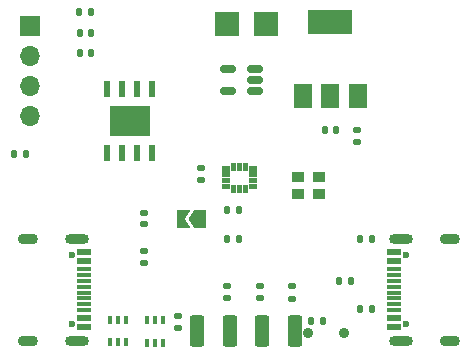
<source format=gbr>
%TF.GenerationSoftware,KiCad,Pcbnew,(6.0.7)*%
%TF.CreationDate,2025-06-10T03:22:10+09:00*%
%TF.ProjectId,AvatarSense,41766174-6172-4536-956e-73652e6b6963,rev?*%
%TF.SameCoordinates,Original*%
%TF.FileFunction,Soldermask,Top*%
%TF.FilePolarity,Negative*%
%FSLAX46Y46*%
G04 Gerber Fmt 4.6, Leading zero omitted, Abs format (unit mm)*
G04 Created by KiCad (PCBNEW (6.0.7)) date 2025-06-10 03:22:10*
%MOMM*%
%LPD*%
G01*
G04 APERTURE LIST*
G04 Aperture macros list*
%AMRoundRect*
0 Rectangle with rounded corners*
0 $1 Rounding radius*
0 $2 $3 $4 $5 $6 $7 $8 $9 X,Y pos of 4 corners*
0 Add a 4 corners polygon primitive as box body*
4,1,4,$2,$3,$4,$5,$6,$7,$8,$9,$2,$3,0*
0 Add four circle primitives for the rounded corners*
1,1,$1+$1,$2,$3*
1,1,$1+$1,$4,$5*
1,1,$1+$1,$6,$7*
1,1,$1+$1,$8,$9*
0 Add four rect primitives between the rounded corners*
20,1,$1+$1,$2,$3,$4,$5,0*
20,1,$1+$1,$4,$5,$6,$7,0*
20,1,$1+$1,$6,$7,$8,$9,0*
20,1,$1+$1,$8,$9,$2,$3,0*%
%AMFreePoly0*
4,1,6,1.000000,0.000000,0.500000,-0.750000,-0.500000,-0.750000,-0.500000,0.750000,0.500000,0.750000,1.000000,0.000000,1.000000,0.000000,$1*%
%AMFreePoly1*
4,1,6,0.500000,-0.750000,-0.650000,-0.750000,-0.150000,0.000000,-0.650000,0.750000,0.500000,0.750000,0.500000,-0.750000,0.500000,-0.750000,$1*%
G04 Aperture macros list end*
%ADD10C,0.010000*%
%ADD11RoundRect,0.140000X-0.140000X-0.170000X0.140000X-0.170000X0.140000X0.170000X-0.140000X0.170000X0*%
%ADD12RoundRect,0.135000X0.185000X-0.135000X0.185000X0.135000X-0.185000X0.135000X-0.185000X-0.135000X0*%
%ADD13RoundRect,0.140000X0.170000X-0.140000X0.170000X0.140000X-0.170000X0.140000X-0.170000X-0.140000X0*%
%ADD14RoundRect,0.135000X-0.135000X-0.185000X0.135000X-0.185000X0.135000X0.185000X-0.135000X0.185000X0*%
%ADD15RoundRect,0.250000X0.375000X1.075000X-0.375000X1.075000X-0.375000X-1.075000X0.375000X-1.075000X0*%
%ADD16R,0.400000X0.650000*%
%ADD17R,0.558000X1.454899*%
%ADD18R,3.403600X2.514600*%
%ADD19RoundRect,0.140000X0.140000X0.170000X-0.140000X0.170000X-0.140000X-0.170000X0.140000X-0.170000X0*%
%ADD20RoundRect,0.135000X-0.185000X0.135000X-0.185000X-0.135000X0.185000X-0.135000X0.185000X0.135000X0*%
%ADD21R,1.700000X1.700000*%
%ADD22O,1.700000X1.700000*%
%ADD23R,1.100000X0.900000*%
%ADD24C,0.600000*%
%ADD25R,1.160000X0.600000*%
%ADD26R,1.160000X0.300000*%
%ADD27O,1.700000X0.900000*%
%ADD28O,2.000000X0.900000*%
%ADD29RoundRect,0.135000X0.135000X0.185000X-0.135000X0.185000X-0.135000X-0.185000X0.135000X-0.185000X0*%
%ADD30R,2.000000X2.000000*%
%ADD31RoundRect,0.150000X0.512500X0.150000X-0.512500X0.150000X-0.512500X-0.150000X0.512500X-0.150000X0*%
%ADD32R,1.500000X2.000000*%
%ADD33R,3.800000X2.000000*%
%ADD34RoundRect,0.250000X-0.375000X-1.075000X0.375000X-1.075000X0.375000X1.075000X-0.375000X1.075000X0*%
%ADD35FreePoly0,180.000000*%
%ADD36FreePoly1,180.000000*%
%ADD37C,0.900000*%
G04 APERTURE END LIST*
%TO.C,U6*%
G36*
X119125000Y-115425000D02*
G01*
X118550000Y-115425000D01*
X118550000Y-115075000D01*
X119125000Y-115075000D01*
X119125000Y-115425000D01*
G37*
D10*
X119125000Y-115425000D02*
X118550000Y-115425000D01*
X118550000Y-115075000D01*
X119125000Y-115075000D01*
X119125000Y-115425000D01*
G36*
X119125000Y-114425000D02*
G01*
X118550000Y-114425000D01*
X118550000Y-114075000D01*
X119125000Y-114075000D01*
X119125000Y-114425000D01*
G37*
X119125000Y-114425000D02*
X118550000Y-114425000D01*
X118550000Y-114075000D01*
X119125000Y-114075000D01*
X119125000Y-114425000D01*
G36*
X121450000Y-114925000D02*
G01*
X120875000Y-114925000D01*
X120875000Y-114575000D01*
X121450000Y-114575000D01*
X121450000Y-114925000D01*
G37*
X121450000Y-114925000D02*
X120875000Y-114925000D01*
X120875000Y-114575000D01*
X121450000Y-114575000D01*
X121450000Y-114925000D01*
G36*
X121450000Y-115425000D02*
G01*
X120875000Y-115425000D01*
X120875000Y-115075000D01*
X121450000Y-115075000D01*
X121450000Y-115425000D01*
G37*
X121450000Y-115425000D02*
X120875000Y-115425000D01*
X120875000Y-115075000D01*
X121450000Y-115075000D01*
X121450000Y-115425000D01*
G36*
X120175000Y-114375000D02*
G01*
X119825000Y-114375000D01*
X119825000Y-113800000D01*
X120175000Y-113800000D01*
X120175000Y-114375000D01*
G37*
X120175000Y-114375000D02*
X119825000Y-114375000D01*
X119825000Y-113800000D01*
X120175000Y-113800000D01*
X120175000Y-114375000D01*
G36*
X121450000Y-114425000D02*
G01*
X120875000Y-114425000D01*
X120875000Y-114075000D01*
X121450000Y-114075000D01*
X121450000Y-114425000D01*
G37*
X121450000Y-114425000D02*
X120875000Y-114425000D01*
X120875000Y-114075000D01*
X121450000Y-114075000D01*
X121450000Y-114425000D01*
G36*
X119125000Y-114925000D02*
G01*
X118550000Y-114925000D01*
X118550000Y-114575000D01*
X119125000Y-114575000D01*
X119125000Y-114925000D01*
G37*
X119125000Y-114925000D02*
X118550000Y-114925000D01*
X118550000Y-114575000D01*
X119125000Y-114575000D01*
X119125000Y-114925000D01*
G36*
X119675000Y-114375000D02*
G01*
X119325000Y-114375000D01*
X119325000Y-113800000D01*
X119675000Y-113800000D01*
X119675000Y-114375000D01*
G37*
X119675000Y-114375000D02*
X119325000Y-114375000D01*
X119325000Y-113800000D01*
X119675000Y-113800000D01*
X119675000Y-114375000D01*
G36*
X120675000Y-114375000D02*
G01*
X120325000Y-114375000D01*
X120325000Y-113800000D01*
X120675000Y-113800000D01*
X120675000Y-114375000D01*
G37*
X120675000Y-114375000D02*
X120325000Y-114375000D01*
X120325000Y-113800000D01*
X120675000Y-113800000D01*
X120675000Y-114375000D01*
G36*
X121450000Y-115925000D02*
G01*
X120875000Y-115925000D01*
X120875000Y-115575000D01*
X121450000Y-115575000D01*
X121450000Y-115925000D01*
G37*
X121450000Y-115925000D02*
X120875000Y-115925000D01*
X120875000Y-115575000D01*
X121450000Y-115575000D01*
X121450000Y-115925000D01*
G36*
X119675000Y-116200000D02*
G01*
X119325000Y-116200000D01*
X119325000Y-115625000D01*
X119675000Y-115625000D01*
X119675000Y-116200000D01*
G37*
X119675000Y-116200000D02*
X119325000Y-116200000D01*
X119325000Y-115625000D01*
X119675000Y-115625000D01*
X119675000Y-116200000D01*
G36*
X120675000Y-116200000D02*
G01*
X120325000Y-116200000D01*
X120325000Y-115625000D01*
X120675000Y-115625000D01*
X120675000Y-116200000D01*
G37*
X120675000Y-116200000D02*
X120325000Y-116200000D01*
X120325000Y-115625000D01*
X120675000Y-115625000D01*
X120675000Y-116200000D01*
G36*
X119125000Y-115925000D02*
G01*
X118550000Y-115925000D01*
X118550000Y-115575000D01*
X119125000Y-115575000D01*
X119125000Y-115925000D01*
G37*
X119125000Y-115925000D02*
X118550000Y-115925000D01*
X118550000Y-115575000D01*
X119125000Y-115575000D01*
X119125000Y-115925000D01*
G36*
X120175000Y-116200000D02*
G01*
X119825000Y-116200000D01*
X119825000Y-115625000D01*
X120175000Y-115625000D01*
X120175000Y-116200000D01*
G37*
X120175000Y-116200000D02*
X119825000Y-116200000D01*
X119825000Y-115625000D01*
X120175000Y-115625000D01*
X120175000Y-116200000D01*
%TD*%
D11*
%TO.C,C3*%
X106520000Y-104500000D03*
X107480000Y-104500000D03*
%TD*%
D12*
%TO.C,R10*%
X112000000Y-122260000D03*
X112000000Y-121240000D03*
%TD*%
D13*
%TO.C,C6*%
X112000000Y-118960000D03*
X112000000Y-118000000D03*
%TD*%
D14*
%TO.C,R4*%
X126115000Y-127125000D03*
X127135000Y-127125000D03*
%TD*%
D15*
%TO.C,D1*%
X124775000Y-128000000D03*
X121975000Y-128000000D03*
%TD*%
D16*
%TO.C,Q2*%
X109100000Y-128950000D03*
X109750000Y-128950000D03*
X110400000Y-128950000D03*
X110400000Y-127050000D03*
X109750000Y-127050000D03*
X109100000Y-127050000D03*
%TD*%
D17*
%TO.C,U4*%
X108845000Y-112971348D03*
X110115000Y-112971348D03*
X111385000Y-112971348D03*
X112655000Y-112971348D03*
X112655000Y-107528652D03*
X111385000Y-107528652D03*
X110115000Y-107528652D03*
X108845000Y-107528652D03*
D18*
X110750000Y-110250000D03*
%TD*%
D19*
%TO.C,C5*%
X128210000Y-111000000D03*
X127250000Y-111000000D03*
%TD*%
D12*
%TO.C,R2*%
X130000000Y-112020000D03*
X130000000Y-111000000D03*
%TD*%
D20*
%TO.C,R16*%
X124500000Y-124240000D03*
X124500000Y-125260000D03*
%TD*%
D21*
%TO.C,J1*%
X102275000Y-102200000D03*
D22*
X102275000Y-104740000D03*
X102275000Y-107280000D03*
X102275000Y-109820000D03*
%TD*%
D16*
%TO.C,Q1*%
X112250000Y-129000000D03*
X112900000Y-129000000D03*
X113550000Y-129000000D03*
X113550000Y-127100000D03*
X112900000Y-127100000D03*
X112250000Y-127100000D03*
%TD*%
D11*
%TO.C,C2*%
X106520000Y-102750000D03*
X107480000Y-102750000D03*
%TD*%
D23*
%TO.C,Y1*%
X125000000Y-116400000D03*
X126800000Y-116400000D03*
X126800000Y-115000000D03*
X125000000Y-115000000D03*
%TD*%
D24*
%TO.C,J3*%
X105825000Y-121610000D03*
X105825000Y-127390000D03*
D25*
X106885000Y-121300000D03*
X106885000Y-122100000D03*
D26*
X106885000Y-123250000D03*
X106885000Y-124250000D03*
X106885000Y-124750000D03*
X106885000Y-125750000D03*
D25*
X106885000Y-126900000D03*
X106885000Y-127700000D03*
X106885000Y-127700000D03*
X106885000Y-126900000D03*
D26*
X106885000Y-126250000D03*
X106885000Y-125250000D03*
X106885000Y-123750000D03*
X106885000Y-122750000D03*
D25*
X106885000Y-122100000D03*
X106885000Y-121300000D03*
D27*
X102135000Y-128820000D03*
D28*
X106305000Y-120180000D03*
D27*
X102135000Y-120180000D03*
D28*
X106305000Y-128820000D03*
%TD*%
D11*
%TO.C,C1*%
X106500000Y-101000000D03*
X107460000Y-101000000D03*
%TD*%
%TO.C,C8*%
X119020000Y-117750000D03*
X119980000Y-117750000D03*
%TD*%
D29*
%TO.C,R6*%
X131260000Y-120250000D03*
X130240000Y-120250000D03*
%TD*%
D11*
%TO.C,C7*%
X119020000Y-120250000D03*
X119980000Y-120250000D03*
%TD*%
D20*
%TO.C,R5*%
X114850000Y-126740000D03*
X114850000Y-127760000D03*
%TD*%
D12*
%TO.C,R13*%
X116750000Y-115250000D03*
X116750000Y-114230000D03*
%TD*%
D14*
%TO.C,R9*%
X100990000Y-113000000D03*
X102010000Y-113000000D03*
%TD*%
D30*
%TO.C,TP2*%
X122250000Y-102000000D03*
%TD*%
D31*
%TO.C,U5*%
X121387500Y-107700000D03*
X121387500Y-106750000D03*
X121387500Y-105800000D03*
X119112500Y-105800000D03*
X119112500Y-107700000D03*
%TD*%
D32*
%TO.C,U3*%
X125450000Y-108150000D03*
X127750000Y-108150000D03*
D33*
X127750000Y-101850000D03*
D32*
X130050000Y-108150000D03*
%TD*%
D29*
%TO.C,R12*%
X129520000Y-123750000D03*
X128500000Y-123750000D03*
%TD*%
%TO.C,R11*%
X131250000Y-126125000D03*
X130230000Y-126125000D03*
%TD*%
D30*
%TO.C,TP1*%
X119000000Y-102000000D03*
%TD*%
D34*
%TO.C,D2*%
X116450000Y-128000000D03*
X119250000Y-128000000D03*
%TD*%
D24*
%TO.C,J2*%
X134175000Y-127390000D03*
X134175000Y-121610000D03*
D25*
X133115000Y-127700000D03*
X133115000Y-126900000D03*
D26*
X133115000Y-125750000D03*
X133115000Y-124750000D03*
X133115000Y-124250000D03*
X133115000Y-123250000D03*
D25*
X133115000Y-122100000D03*
X133115000Y-121300000D03*
X133115000Y-121300000D03*
X133115000Y-122100000D03*
D26*
X133115000Y-122750000D03*
X133115000Y-123750000D03*
X133115000Y-125250000D03*
X133115000Y-126250000D03*
D25*
X133115000Y-126900000D03*
X133115000Y-127700000D03*
D27*
X137865000Y-120180000D03*
D28*
X133695000Y-120180000D03*
X133695000Y-128820000D03*
D27*
X137865000Y-128820000D03*
%TD*%
D20*
%TO.C,R14*%
X119000000Y-124230000D03*
X119000000Y-125250000D03*
%TD*%
D35*
%TO.C,JP1*%
X116725000Y-118500000D03*
D36*
X115275000Y-118500000D03*
%TD*%
D20*
%TO.C,R15*%
X121750000Y-124230000D03*
X121750000Y-125250000D03*
%TD*%
D37*
%TO.C,SW1*%
X128875000Y-128205000D03*
X125875000Y-128205000D03*
%TD*%
M02*

</source>
